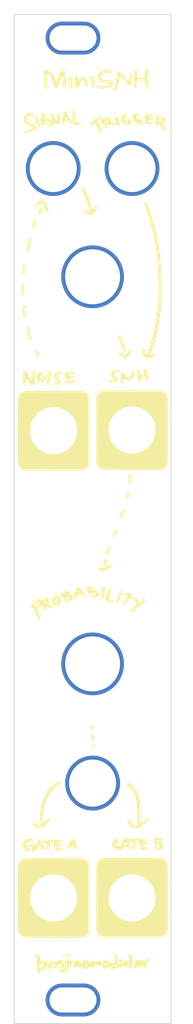
<source format=kicad_pcb>
(kicad_pcb (version 20211014) (generator pcbnew)
  (title_block (title "MiniSNH") (date "2023-06-07") (rev "V1.1") (company "benjiaomodular"))
  (layers (0 "F.Cu" signal) (31 "B.Cu" signal) (34 "B.Paste" user) (35 "F.Paste" user) (36 "B.SilkS" user "B.Silkscreen") (37 "F.SilkS" user "F.Silkscreen") (38 "B.Mask" user) (39 "F.Mask" user) (44 "Edge.Cuts" user))
  (net 0 "")
  (footprint "Wire_Pads:SolderWirePad_single_0-8mmDrill" (layer "F.Cu") (at 114.974998 68.61302)
    (fp_text reference "" (at 0 0) (layer "F.SilkS") (effects (font (size 1.27 1.27))))
    (fp_text value "" (at 0 0) (layer "F.SilkS") (effects (font (size 1.27 1.27))))
    (pad "1" thru_hole circle locked (at 0 0) (size 7 7) (drill 6) (layers *.Cu *.Mask))
  )
  (footprint "Wire_Pads:SolderWirePad_single_0-8mmDrill" (layer "F.Cu") (at 115.025064 161.49991)
    (fp_text reference "" (at 0 0) (layer "F.SilkS") (effects (font (size 1.27 1.27))))
    (fp_text value "" (at 0 0) (layer "F.SilkS") (effects (font (size 1.27 1.27))))
    (pad "5" thru_hole circle locked (at 0 0) (size 7 7) (drill 6) (layers *.Cu *.Mask))
  )
  (footprint "LOGO" (layer "F.Cu") (at 120 113.25)
    (fp_text reference "G***" hide)
    (fp_text value "LOGO" hide)
  )
  (footprint "Wire_Pads:SolderWirePad_single_0-8mmDrill" (layer "F.Cu") (at 115.025065 101.999905)
    (fp_text reference "" (at 0 0) (layer "F.SilkS") (effects (font (size 1.27 1.27))))
    (fp_text value "" (at 0 0) (layer "F.SilkS") (effects (font (size 1.27 1.27))))
    (pad "3" thru_hole circle locked (at 0 0) (size 7 7) (drill 6) (layers *.Cu *.Mask))
  )
  (footprint "LOGO" (layer "F.Cu") (at 120 113.25)
    (fp_text reference "G***" hide)
    (fp_text value "LOGO" hide)
  )
  (footprint "benjiaomodular:Panel_4HP" (layer "F.Cu") (at 110 49)
    (fp_text reference "REF**" hide)
    (fp_text value "Panel_4HP")
    (pad "" thru_hole oval locked (at 7.5 125.5) (size 7 4.2) (drill oval 6 3.2) (layers *.Cu *.Mask))
    (pad "" thru_hole oval locked (at 7.5 3) (size 7 4.2) (drill oval 6 3.2) (layers *.Cu *.Mask))
  )
  (footprint "Wire_Pads:SolderWirePad_single_0-8mmDrill" (layer "F.Cu") (at 119.999999 146.882027)
    (fp_text reference "" (at 0 0) (layer "F.SilkS") (effects (font (size 1.27 1.27))))
    (fp_text value "" (at 0 0) (layer "F.SilkS") (effects (font (size 1.27 1.27))))
    (pad "4" thru_hole circle locked (at 0 0) (size 7 7) (drill 6) (layers *.Cu *.Mask))
  )
  (footprint "Wire_Pads:SolderWirePad_single_0-8mmDrill" (layer "F.Cu") (at 120 131.7)
    (fp_text reference "" (at 0 0) (layer "F.SilkS") (effects (font (size 1.27 1.27))))
    (fp_text value "" (at 0 0) (layer "F.SilkS") (effects (font (size 1.27 1.27))))
    (pad "8" thru_hole circle locked (at 0 0) (size 8 8) (drill 7) (layers F&B.Cu *.Mask))
  )
  (footprint "Wire_Pads:SolderWirePad_single_0-8mmDrill" (layer "F.Cu") (at 125.024997 68.613022)
    (fp_text reference "" (at 0 0) (layer "F.SilkS") (effects (font (size 1.27 1.27))))
    (fp_text value "" (at 0 0) (layer "F.SilkS") (effects (font (size 1.27 1.27))))
    (pad "2" thru_hole circle locked (at 0 0) (size 7 7) (drill 6) (layers *.Cu *.Mask))
  )
  (footprint "Wire_Pads:SolderWirePad_single_0-8mmDrill" (layer "F.Cu") (at 125.024997 101.920315)
    (fp_text reference "" (at 0 0) (layer "F.SilkS") (effects (font (size 1.27 1.27))))
    (fp_text value "" (at 0 0) (layer "F.SilkS") (effects (font (size 1.27 1.27))))
    (pad "6" thru_hole circle locked (at 0 0) (size 7 7) (drill 6) (layers *.Cu *.Mask))
  )
  (footprint "Wire_Pads:SolderWirePad_single_0-8mmDrill" (layer "F.Cu") (at 125.024999 161.49991)
    (fp_text reference "" (at 0 0) (layer "F.SilkS") (effects (font (size 1.27 1.27))))
    (fp_text value "" (at 0 0) (layer "F.SilkS") (effects (font (size 1.27 1.27))))
    (pad "7" thru_hole circle locked (at 0 0) (size 7 7) (drill 6) (layers *.Cu *.Mask))
  )
  (footprint "Wire_Pads:SolderWirePad_single_0-8mmDrill" (layer "F.Cu") (at 120 82.4)
    (fp_text reference "" (at 0 0) (layer "F.SilkS") (effects (font (size 1.27 1.27))))
    (fp_text value "" (at 0 0) (layer "F.SilkS") (effects (font (size 1.27 1.27))))
    (pad "8" thru_hole circle locked (at 0 0) (size 8 8) (drill 7) (layers *.Cu *.Mask))
  )
  (gr_line (start 110 177.5) (end 110 49) (layer "Edge.Cuts") (width 0.1))
  (gr_line (start 129.999999 177.5) (end 129.999999 49) (layer "Edge.Cuts") (width 0.1))
  (gr_line (start 110 49) (end 129.999999 49) (layer "Edge.Cuts") (width 0.1))
  (gr_line (start 129.999999 177.5) (end 110 177.5) (layer "Edge.Cuts") (width 0.1))
)
</source>
